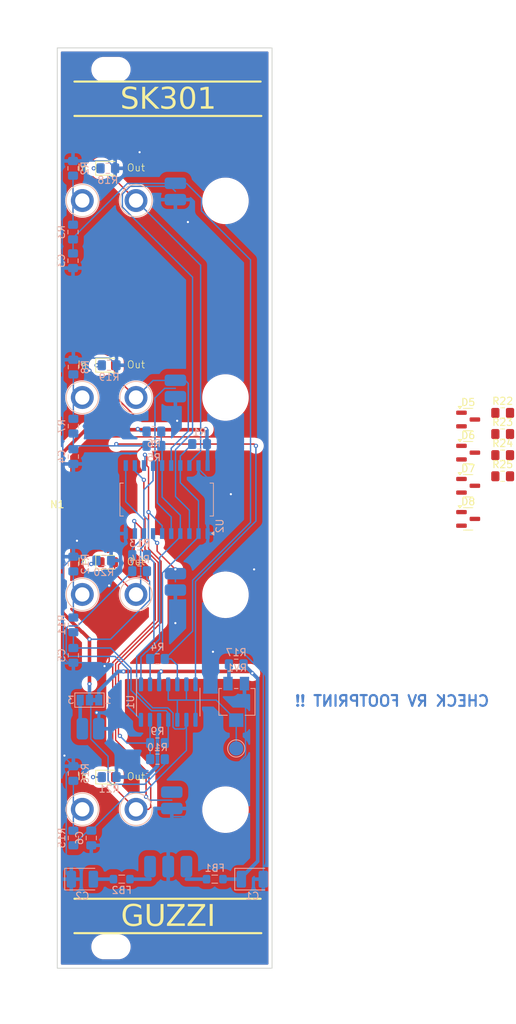
<source format=kicad_pcb>
(kicad_pcb (version 20240108) (generator "pcbnew") (generator_version "8.0")
  (layers (0 "F.Cu" signal) (31 "B.Cu" signal) (34 "B.Paste" user) (35 "F.Paste" user) (36 "B.SilkS" user "B.Silkscreen") (37 "F.SilkS" user "F.Silkscreen") (38 "B.Mask" user) (39 "F.Mask" user) (44 "Edge.Cuts" user))
  (net 0 "")
  (net 1 "+5V")
  (net 2 "GND")
  (net 3 "-5V")
  (net 4 "Net-(J1-Pin_1)")
  (net 5 "Net-(J1-Pin_3)")
  (net 6 "Net-(J2-Pin_1)")
  (net 7 "Net-(D1-A)")
  (net 8 "Net-(J4-Pin_1)")
  (net 9 "Net-(J5-Pin_1)")
  (net 10 "Net-(D1-K)")
  (net 11 "Net-(J7-Pin_1)")
  (net 12 "Net-(D2-A)")
  (net 13 "Net-(J9-Pin_1)")
  (net 14 "Net-(D2-K)")
  (net 15 "/v_thresh")
  (net 16 "VCC")
  (net 17 "Net-(U1A-+)")
  (net 18 "Net-(U1B-+)")
  (net 19 "Net-(U1C-+)")
  (net 20 "Net-(U1D-+)")
  (net 21 "Net-(R17-Pad2)")
  (net 22 "Net-(D3-A)")
  (net 23 "Net-(D3-K)")
  (net 24 "Net-(D4-A)")
  (net 25 "Net-(D4-K)")
  (net 26 "Net-(J12-Pin_1)")
  (net 27 "Net-(J13-Pin_1)")
  (net 28 "Net-(J14-Pin_1)")
  (net 29 "Net-(J15-Pin_1)")
  (net 30 "Net-(U2-1A0)")
  (net 31 "Net-(U2-1A1)")
  (net 32 "Net-(U2-1A2)")
  (net 33 "Net-(U2-1A3)")
  (net 34 "Net-(D5-Pad3)")
  (net 35 "Net-(D6-Pad3)")
  (net 36 "Net-(D7-Pad3)")
  (net 37 "Net-(D8-Pad3)")
  (footprint "LED_SMD:LED_0805_2012Metric" (layer "F.Cu") (at 208.5625 65.5)
    (property "Reference" "D2" (hide yes))
    (property "Value" "LED")
  )
  (footprint "synkie_footprints:MiniJack-PJ301M" (layer "F.Cu") (at 225 70)
    (property "Reference" "H2" (hide yes))
    (property "Value" "MountingHole")
  )
  (footprint "synkie_footprints:R_0805_2012Metric_Pad1.15x1.40mm_HandSolder" (layer "F.Cu") (at 263.725 72.15)
    (property "Reference" "R22")
    (property "Value" "100")
  )
  (footprint "synkie_footprints:MiniJack-PJ301M" (layer "F.Cu") (at 225 127.545)
    (property "Reference" "H4" (hide yes))
    (property "Value" "MountingHole")
  )
  (footprint "LED_SMD:LED_0805_2012Metric" (layer "F.Cu") (at 208.5625 123)
    (property "Reference" "D4" (hide yes))
    (property "Value" "LED")
  )
  (footprint "synkie_footprints:Solderpad-SYNKIEPAD-2mm" (layer "F.Cu") (at 212.5 42.5)
    (property "Reference" "J3" (hide yes))
    (property "Value" "out")
  )
  (footprint "synkie_footprints:Solderpad-SYNKIEPAD-2mm" (layer "F.Cu") (at 212.5 127.5)
    (property "Reference" "J10" (hide yes))
    (property "Value" "out")
  )
  (footprint "synkie_footprints:Solderpad-SYNKIEPAD-2mm" (layer "F.Cu") (at 205 127.5)
    (property "Reference" "J9" (hide yes))
    (property "Value" "in")
  )
  (footprint "synkie_footprints:Solderpad-SYNKIEPAD-2mm" (layer "F.Cu") (at 212.5 70)
    (property "Reference" "J6" (hide yes))
    (property "Value" "out")
  )
  (footprint "synkie_footprints:Solderpad-SYNKIEPAD-2mm" (layer "F.Cu") (at 205 97.5)
    (property "Reference" "J7" (hide yes))
    (property "Value" "in")
  )
  (footprint "Package_TO_SOT_SMD:SOT-23" (layer "F.Cu") (at 258.905 86.95)
    (property "Reference" "D8")
    (property "Value" "BAT54S")
  )
  (footprint "synkie_footprints:Solderpad-SYNKIEPAD-2mm" (layer "F.Cu") (at 205 42.5)
    (property "Reference" "J4" (hide yes))
    (property "Value" "in")
  )
  (footprint "LED_SMD:LED_0805_2012Metric" (layer "F.Cu") (at 208.5625 38)
    (property "Reference" "D1" (hide yes))
    (property "Value" "LED")
  )
  (footprint "synkie_footprints:R_0805_2012Metric_Pad1.15x1.40mm_HandSolder" (layer "F.Cu") (at 263.725 78.05)
    (property "Reference" "R24")
    (property "Value" "100")
  )
  (footprint "Package_TO_SOT_SMD:SOT-23" (layer "F.Cu") (at 258.905 82.325)
    (property "Reference" "D7")
    (property "Value" "BAT54S")
  )
  (footprint "synkie_footprints:MiniJack-PJ301M" (layer "F.Cu") (at 225 42.545)
    (property "Reference" "H1" (hide yes))
    (property "Value" "MountingHole")
  )
  (footprint "synkie_footprints:Solderpad-SYNKIEPAD-2mm" (layer "F.Cu") (at 212.5 97.5)
    (property "Reference" "J8" (hide yes))
    (property "Value" "out")
  )
  (footprint "LED_SMD:LED_0805_2012Metric" (layer "F.Cu") (at 208.5625 93)
    (property "Reference" "D3" (hide yes))
    (property "Value" "LED")
  )
  (footprint "synkie_footprints:R_0805_2012Metric_Pad1.15x1.40mm_HandSolder" (layer "F.Cu") (at 263.725 75.1)
    (property "Reference" "R23")
    (property "Value" "100")
  )
  (footprint "synkie_footprints:MiniJack-PJ301M" (layer "F.Cu") (at 225 97.545)
    (property "Reference" "H3" (hide yes))
    (property "Value" "MountingHole")
  )
  (footprint "synkie_footprints:R_0805_2012Metric_Pad1.15x1.40mm_HandSolder" (layer "F.Cu") (at 263.725 81)
    (property "Reference" "R25")
    (property "Value" "100")
  )
  (footprint "Package_TO_SOT_SMD:SOT-23" (layer "F.Cu") (at 258.905 77.7)
    (property "Reference" "D6")
    (property "Value" "BAT54S")
  )
  (footprint "Package_TO_SOT_SMD:SOT-23" (layer "F.Cu") (at 258.905 73.075)
    (property "Reference" "D5")
    (property "Value" "BAT54S")
  )
  (footprint "synkie_footprints:Solderpad-SYNKIEPAD-2mm" (layer "F.Cu") (at 205 70)
    (property "Reference" "J5" (hide yes))
    (property "Value" "in")
  )
  (footprint "synkie_footprints:Frontplate_30mm" (layer "F.Cu") (at 201.503 21.189)
    (property "Reference" "N1")
    (property "Value" "Housing")
    (fp_rect (start 0 0) (end 30 128.5) (stroke (width 0.12)) (fill none) (layer "Edge.Cuts"))
  )
  (footprint "Capacitor_Tantalum_SMD:CP_EIA-3528-21_Kemet-B" (layer "B.Cu") (at 228.75 137.25)
    (property "Reference" "C1")
    (property "Value" "10u")
  )
  (footprint "synkie_footprints:R_0805_2012Metric_Pad1.15x1.40mm_HandSolder" (layer "B.Cu") (at 203.75 101.75 -90)
    (property "Reference" "R11")
    (property "Value" "1k")
  )
  (footprint "synkie_footprints:R_0805_2012Metric_Pad1.15x1.40mm_HandSolder" (layer "B.Cu") (at 215.5 118.25 180)
    (property "Reference" "R9")
    (property "Value" ">1M")
  )
  (footprint "Package_SO:SO-20_12.8x7.5mm_P1.27mm" (layer "B.Cu") (at 216.785 84.25 90)
    (property "Reference" "U2")
    (property "Value" "74HC244")
  )
  (footprint "synkie_footprints:R_0805_2012Metric_Pad1.15x1.40mm_HandSolder" (layer "B.Cu") (at 208 92.75)
    (property "Reference" "R20")
    (property "Value" "2k")
  )
  (footprint "synkie_footprints:R_0805_2012Metric_Pad1.15x1.40mm_HandSolder" (layer "B.Cu") (at 203.7 46.9 -90)
    (property "Reference" "R3")
    (property "Value" "1k")
  )
  (footprint "synkie_footprints:C_0805_2012Metric_Pad1.15x1.40mm_HandSolder" (layer "B.Cu") (at 203.75 106 -90)
    (property "Reference" "C5")
    (property "Value" "220n")
  )
  (footprint "anyma_footprints:smd-2pin" (layer "B.Cu") (at 218 69.375 180)
    (property "Reference" "J13" (hide yes))
    (property "Value" "out-jack")
  )
  (footprint "synkie_footprints:R_0805_2012Metric_Pad1.15x1.40mm_HandSolder" (layer "B.Cu") (at 203.75 65.75 90)
    (property "Reference" "R8")
    (property "Value" "47k")
  )
  (footprint "synkie_footprints:SOIC-14_3.9x8.7mm_P1.27mm" (layer "B.Cu") (at 217 112.525 -90)
    (property "Reference" "U1")
    (property "Value" "LM339")
  )
  (footprint "TestPoint:TestPoint_Pad_D2.0mm" (layer "B.Cu") (at 226.5 119 180)
    (property "Reference" "J11" (hide yes))
    (property "Value" "testpoint")
  )
  (footprint "synkie_footprints:R_0805_2012Metric_Pad1.15x1.40mm_HandSolder" (layer "B.Cu") (at 221.38 76.5 180)
    (property "Reference" "R1")
    (property "Value" "2k")
  )
  (footprint "synkie_footprints:R_0805_2012Metric_Pad1.15x1.40mm_HandSolder" (layer "B.Cu") (at 203.75 74 -90)
    (property "Reference" "R7")
    (property "Value" "1k")
  )
  (footprint "synkie_footprints:R_0805_2012Metric_Pad1.15x1.40mm_HandSolder" (layer "B.Cu") (at 215.5 106.5 180)
    (property "Reference" "R4")
    (property "Value" ">1M")
  )
  (footprint "synkie_footprints:R_0805_2012Metric_Pad1.15x1.40mm_HandSolder" (layer "B.Cu") (at 208.75 65.5)
    (property "Reference" "R19")
    (property "Value" "2k")
  )
  (footprint "Capacitor_Tantalum_SMD:CP_EIA-3528-21_Kemet-B" (layer "B.Cu") (at 205 137.25)
    (property "Reference" "C2")
    (property "Value" "10u")
  )
  (footprint "synkie_footprints:R_0805_2012Metric_Pad1.15x1.40mm_HandSolder" (layer "B.Cu") (at 226.5 107.25 180)
    (property "Reference" "R17")
    (property "Value" "2k")
  )
  (footprint "synkie_footprints:R_0805_2012Metric_Pad1.15x1.40mm_HandSolder" (layer "B.Cu") (at 215.5 120.5 180)
    (property "Reference" "R10")
    (property "Value" "2k")
  )
  (footprint "synkie_footprints:R_0805_2012Metric_Pad1.15x1.40mm_HandSolder" (layer "B.Cu") (at 203.75 93.25 90)
    (property "Reference" "R12")
    (property "Value" "47k")
  )
  (footprint "synkie_footprints:R_0805_2012Metric_Pad1.15x1.40mm_HandSolder" (layer "B.Cu") (at 213 94.25 180)
    (property "Reference" "R14")
    (property "Value" "2k")
  )
  (footprint "synkie_footprints:C_0805_2012Metric_Pad1.15x1.40mm_HandSolder" (layer "B.Cu") (at 206.25 131.5 -90)
    (property "Reference" "C6")
    (property "Value" "220n")
  )
  (footprint "synkie_footprints:R_0805_2012Metric_Pad1.15x1.40mm_HandSolder" (layer "B.Cu") (at 208.5625 38)
    (property "Reference" "R18")
    (property "Value" "2k")
  )
  (footprint "anyma_footprints:smd-2pin" (layer "B.Cu") (at 218 41.867 180)
    (property "Reference" "J12" (hide yes))
    (property "Value" "out-jack")
  )
  (footprint "Inductor_SMD:L_0805_2012Metric_Pad1.05x1.20mm_HandSolder" (layer "B.Cu") (at 223.5 137.25 180)
    (property "Reference" "FB1")
    (property "Value" "Ferrite_Bead")
  )
  (footprint "synkie_footprints:R_0805_2012Metric_Pad1.15x1.40mm_HandSolder" (layer "B.Cu") (at 215 74.75)
    (property "Reference" "R6")
    (property "Value" "2k")
  )
  (footprint "Potentiometer_SMD:Potentiometer_Bourns_3224X_Vertical" (layer "B.Cu") (at 226.5 112.5 180)
    (property "Reference" "RV1")
    (property "Value" "500")
  )
  (footprint "synkie_footprints:C_0805_2012Metric_Pad1.15x1.40mm_HandSolder" (layer "B.Cu") (at 203.7 50.9 -90)
    (property "Reference" "C3")
    (property "Value" "220n")
  )
  (footprint "Jumper:SolderJumper-3_P1.3mm_Bridged12_Pad1.0x1.5mm_NumberLabels" (layer "B.Cu") (at 206 112.25 180)
    (property "Reference" "JP1" (hide yes))
    (property "Value" "Jumper_3_Bridged12")
  )
  (footprint "synkie_footprints:R_0805_2012Metric_Pad1.15x1.40mm_HandSolder" (layer "B.Cu") (at 203.75 131.5 -90)
    (property "Reference" "R15")
    (property "Value" "1k")
  )
  (footprint "anyma_footprints:smd-2pin" (layer "B.Cu") (at 217.5 126.875 180)
    (property "Reference" "J15" (hide yes))
    (property "Value" "out-jack")
  )
  (footprint "synkie_footprints:R_0805_2012Metric_Pad1.15x1.40mm_HandSolder" (layer "B.Cu") (at 203.7 38 90)
    (property "Reference" "R2")
    (property "Value" "47k")
  )
  (footprint "synkie_footprints:R_0805_2012Metric_Pad1.15x1.40mm_HandSolder" (layer "B.Cu") (at 203.75 122.5 90)
    (property "Reference" "R16")
    (property "Value" "47k")
  )
  (footprint "anyma_footprints:smd-2pin" (layer "B.Cu") (at 206.778 116.25 -90)
    (property "Reference" "J2" (hide yes))
    (property "Value" "EXT-VOLTAGE")
  )
  (footprint "anyma_footprints:smd-2pin" (layer "B.Cu") (at 218 96.375 180)
    (property "Reference" "J14" (hide yes))
    (property "Value" "out-jack")
  )
  (footprint "Inductor_SMD:L_0805_2012Metric_Pad1.05x1.20mm_HandSolder" (layer "B.Cu") (at 210.5 137.25)
    (property "Reference" "FB2")
    (property "Value" "Ferrite_Bead")
  )
  (footprint "synkie_footprints:R_0805_2012Metric_Pad1.15x1.40mm_HandSolder" (layer "B.Cu") (at 208.75 123)
    (property "Reference" "R21")
    (property "Value" "2k")
  )
  (footprint "synkie_footprints:R_0805_2012Metric_Pad1.15x1.40mm_HandSolder" (layer "B.Cu") (at 215 76.75)
    (property "Reference" "R5")
    (property "Value" ">1M")
  )
  (footprint "synkie_footprints:C_0805_2012Metric_Pad1.15x1.40mm_HandSolder" (layer "B.Cu") (at 203.75 78.25 -90)
    (property "Reference" "C4")
    (property "Value" "220n")
  )
  (footprint "anyma_footprints:smd-3pin" (layer "B.Cu") (at 217 135.5 90)
    (property "Reference" "J1" (hide yes))
    (property "Value" "Supply")
  )
  (footprint "synkie_footprints:R_0805_2012Metric_Pad1.15x1.40mm_HandSolder" (layer "B.Cu") (at 213 92 180)
    (property "Reference" "R13")
    (property "Value" ">1M")
  )
  (gr_text "CHECK RV FOOTPRINT !!" (at 262 113.25 0) (layer "B.Cu") (effects (font (size 1.5 1.5) (thickness 0.3) (bold yes)) (justify left bottom mirror)))
  (gr_text "Out" (at 212.5 123.5 0) (layer "F.SilkS") (effects (font (size 1 1) (thickness 0.1)) (justify bottom)))
  (gr_text "Out" (at 212.5 38.5 0) (layer "F.SilkS") (effects (font (size 1 1) (thickness 0.1)) (justify bottom)))
  (gr_text "In" (at 205 66 0) (layer "F.SilkS") (effects (font (size 1 1) (thickness 0.1)) (justify bottom)))
  (gr_text "In" (at 205 123.5 0) (layer "F.SilkS") (effects (font (size 1 1) (thickness 0.1)) (justify bottom)))
  (gr_text "In" (at 205 38.5 0) (layer "F.SilkS") (effects (font (size 1 1) (thickness 0.1)) (justify bottom)))
  (gr_text "In" (at 205 93.5 0) (layer "F.SilkS") (effects (font (size 1 1) (thickness 0.1)) (justify bottom)))
  (gr_text "Out" (at 212.5 93.5 0) (layer "F.SilkS") (effects (font (size 1 1) (thickness 0.1)) (justify bottom)))
  (gr_text "Out" (at 212.5 66 0) (layer "F.SilkS") (effects (font (size 1 1) (thickness 0.1)) (justify bottom)))
  (segment (start 210.75 108.25) (end 216 108.25) (width 0.5) (layer "F.Cu") (net 1))
  (segment (start 216 108.25) (end 228.5 108.25) (width 0.5) (layer "F.Cu") (net 1))
  (segment (start 228.5 108.25) (end 228.75 108.5) (width 0.5) (layer "F.Cu") (net 1))
  (via (at 216 108.25) (size 0.6) (drill 0.3) (layers "F.Cu" "B.Cu") (net 1))
  (via (at 210.75 108.25) (size 0.6) (drill 0.3) (layers "F.Cu" "B.Cu") (net 1))
  (via (at 228.75 108.5) (size 0.6) (drill 0.3) (layers "F.Cu" "B.Cu") (net 1))
  (segment (start 227.2125 137.0375) (end 229.5 134.75) (width 0.5) (layer "B.Cu") (net 1))
  (segment (start 228.75 108.5) (end 228.775 108.5) (width 0.5) (layer "B.Cu") (net 1))
  (segment (start 224.65 137.25) (end 227.2125 137.25) (width 0.5) (layer "B.Cu") (net 1))
  (segment (start 215.73 108.52) (end 216 108.25) (width 0.5) (layer "B.Cu") (net 1))
  (segment (start 228.775 108.5) (end 229.5 109.225) (width 0.5) (layer "B.Cu") (net 1))
  (segment (start 229.5 134.75) (end 229.5 109.225) (width 0.5) (layer "B.Cu") (net 1))
  (segment (start 215.73 110.05) (end 215.73 108.52) (width 0.5) (layer "B.Cu") (net 1))
  (segment (start 210 108.25) (end 210.75 108.25) (width 0.5) (layer "B.Cu") (net 1))
  (segment (start 229.5 109.225) (end 227.525 107.25) (width 0.5) (layer "B.Cu") (net 1))
  (segment (start 227.2125 137.25) (end 227.2125 137.0375) (width 0.5) (layer "B.Cu") (net 1))
  (segment (start 207.3 112.25) (end 207.3 110.95) (width 0.5) (layer "B.Cu") (net 1))
  (segment (start 207.3 110.95) (end 210 108.25) (width 0.5) (layer "B.Cu") (net 1))
  (segment (start 219.75 45.5) (end 219.5 45.25) (width 0.2) (layer "F.Cu") (net 2))
  (segment (start 225.75 83.5) (end 225.75 90.75) (width 0.2) (layer "F.Cu") (net 2))
  (segment (start 222 105.5) (end 223.25 105.5) (width 0.2) (layer "F.Cu") (net 2))
  (segment (start 230.75 66.75) (end 230.75 81) (width 0.2) (layer "F.Cu") (net 2))
  (segment (start 219.75 81) (end 215.65 76.9) (width 0.2) (layer "F.Cu") (net 2))
  (segment (start 204.25 86) (end 204.25 86.75) (width 0.2) (layer "F.Cu") (net 2))
  (segment (start 213.35 76.9) (end 204.25 86) (width 0.2) (layer "F.Cu") (net 2))
  (segment (start 225.762385 75.5) (end 223.512385 73.25) (width 0.2) (layer "F.Cu") (net 2))
  (segment (start 215.65 76.9) (end 213.35 76.9) (width 0.2) (layer "F.Cu") (net 2))
  (segment (start 225.75 90.75) (end 229 94) (width 0.2) (layer "F.Cu") (net 2))
  (segment (start 218 101.5) (end 222 105.5) (width 0.2) (layer "F.Cu") (net 2))
  (segment (start 218.25 73.25) (end 213 73.25) (width 0.2) (layer "F.Cu") (net 2))
  (segment (start 204.25 78.5) (end 207.25 75.5) (width 0.2) (layer "F.Cu") (net 2))
  (segment (start 219.5 42.25) (end 213 35.75) (width 0.2) (layer "F.Cu") (net 2))
  (segment (start 204.25 86.75) (end 204.25 90) (width 0.2) (layer "F.Cu") (net 2))
  (segment (start 204.25 86.75) (end 204.25 78.5) (width 0.2) (layer "F.Cu") (net 2))
  (segment (start 213 73.25) (end 206 66.25) (width 0.2) (layer "F.Cu") (net 2))
  (segment (start 207 114) (end 203.25 114) (width 0.2) (layer "F.Cu") (net 2))
  (segment (start 208.75 106.85) (end 208.1 107.5) (width 0.2) (layer "F.Cu") (net 2))
  (segment (start 219.5 45.25) (end 219.5 42.25) (width 0.2) (layer "F.Cu") (net 2))
  (segment (start 203 114.25) (end 203 119.5) (width 0.2) (layer "F.Cu") (net 2))
  (segment (start 223.512385 73.25) (end 218.25 73.25) (width 0.2) (layer "F.Cu") (net 2))
  (segment (start 203.25 114) (end 203 114.25) (width 0.2) (layer "F.Cu") (net 2))
  (segment (start 219.75 45.5) (end 219.75 55.75) (width 0.2) (layer "F.Cu") (net 2))
  (segment (start 203 119.5) (end 202.5 120) (width 0.2) (layer "F.Cu") (net 2))
  (segment (start 208.75 96.25) (end 208.75 106.85) (width 0.2) (layer "F.Cu") (net 2))
  (segment (start 230.75 81) (end 219.75 81) (width 0.2) (layer "F.Cu") (net 2))
  (segment (start 207.25 75.5) (end 225.762385 75.5) (width 0.2) (layer "F.Cu") (net 2))
  (segment (start 219.75 55.75) (end 230.75 66.75) (width 0.2) (layer "F.Cu") (net 2))
  (via (at 208.75 96.25) (size 0.6) (drill 0.3) (layers "F.Cu" "B.Cu") (net 2))
  (via (at 213 35.75) (size 0.6) (drill 0.3) (layers "F.Cu" "B.Cu") (net 2))
  (via (at 219.75 45.5) (size 0.6) (drill 0.3) (layers "F.Cu" "B.Cu") (net 2))
  (via (at 218 101.5) (size 0.6) (drill 0.3) (layers "F.Cu" "B.Cu") (net 2))
  (via (at 218.25 73.25) (size 0.6) (drill 0.3) (layers "F.Cu" "B.Cu") (net 2))
  (via (at 229 94) (size 0.6) (drill 0.3) (layers "F.Cu" "B.Cu") (net 2))
  (via (at 223.25 105.5) (size 0.6) (drill 0.3) (layers "F.Cu" "B.Cu") (net 2))
  (via (at 225.75 83.5) (size 0.6) (drill 0.3) (layers "F.Cu" "B.Cu") (net 2))
  (via (at 204.25 90) (size 0.6) (drill 0.3) (layers "F.Cu" "B.Cu") (net 2))
  (via (at 206 66.25) (size 0.6) (drill 0.3) (layers "F.Cu" "B.Cu") (net 2))
  (via (at 202.5 120) (size 0.6) (drill 0.3) (layers "F.Cu" "B.Cu") (net 2))
  (via (at 208.1 107.5) (size 0.6) (drill 0.3) (layers "F.Cu" "B.Cu") (net 2))
  (via (at 207 114) (size 0.6) (drill 0.3) (layers "F.Cu" "B.Cu") (net 2))
  (segment (start 206.25 132.525) (end 206.25 133.75) (width 0.2) (layer "B.Cu") (net 2))
  (segment (start 219.75 45.25) (end 219.75 45.5) (width 0.2) (layer "B.Cu") (net 2))
  (segment (start 227.8 110.1) (end 227.8 120.007385) (width 0.2) (layer "B.Cu") (net 2))
  (segment (start 229 94) (end 229 107.165256) (width 0.2) (layer "B.Cu") (net 2))
  (segment (start 202.178 51.5) (end 202.178 51.878) (width 0.2) (layer "B.Cu") (net 2))
  (segment (start 215.5 121.447182) (end 213.947182 123) (width 0.5) (layer "B.Cu") (net 2))
  (segment (start 203.75 64.725) (end 203.975 64.5) (width 0.2) (layer "B.Cu") (net 2))
  (segment (start 203.7 36.975) (end 202.178 36.975) (width 0.2) (layer "B.Cu") (net 2))
  (segment (start 202.525 79.275) (end 203.75 79.275) (width 0.2) (layer "B.Cu") (net 2))
  (segment (start 213.947182 123) (end 209.775 123) (width 0.5) (layer "B.Cu") (net 2))
  (segment (start 229 107.165256) (end 230.2875 108.452756) (width 0.2) (layer "B.Cu") (net 2))
  (segment (start 203.75 92.225) (end 202.35 93.625) (width 0.2) (layer "B.Cu") (net 2))
  (segment (start 202.178 64.903) (end 202.275 65) (width 0.2) (layer "B.Cu") (net 2))
  (segment (start 219.299385 128.508) (end 217.5 128.508) (width 0.2) (layer "B.Cu") (net 2))
  (segment (start 215.73 116.27) (end 215.5 116.5) (width 0.5) (layer "B.Cu") (net 2))
  (segment (start 227.8 120.007385) (end 219.299385 128.508) (width 0.2) (layer "B.Cu") (net 2))
  (segment (start 218 43.5) (end 219.75 45.25) (width 0.2) (layer "B.Cu") (net 2))
  (segment (start 218 71.008) (end 218 73) (width 0.2) (layer "B.Cu") (net 2))
  (segment (start 202.75 136.5375) (end 203.4625 137.25) (width 0.2) (layer "B.Cu") (net 2))
  (segment (start 203.975 64.5) (end 208.775 64.5) (width 0.2) (layer "B.Cu") (net 2))
  (segment (start 207.625 107.025) (end 208.1 107.5) (width 0.2) (layer "B.Cu") (net 2))
  (segment (start 209.025 92.75) (end 209.025 95.975) (width 0.2) (layer "B.Cu") (net 2))
  (segment (start 209.025 95.975) (end 208.75 96.25) (width 0.2) (layer "B.Cu") (net 2))
  (segment (start 202.35 106.325) (end 203.05 107.025) (width 0.2) (layer "B.Cu") (net 2))
  (segment (start 218 73) (end 218.25 73.25) (width 0.2) (layer "B.Cu") (net 2))
  (segment (start 218 98.008) (end 218 101.5) (width 0.2) (layer "B.Cu") (net 2))
  (segment (start 230.2875 108.452756) (end 230.2875 137.25) (width 0.2) (layer "B.Cu") (net 2))
  (segment (start 206.25 133.75) (end 206 134) (width 0.2) (layer "B.Cu") (net 2))
  (segment (start 203.75 121.475) (end 202.75 122.475) (width 0.2) (layer "B.Cu") (net 2))
  (segment (start 203.05 107.025) (end 203.75 107.025) (width 0.2) (layer "B.Cu") (net 2))
  (segment (start 202.35 93.625) (end 202.35 106.325) (width 0.2) (layer "B.Cu") (net 2))
  (segment (start 207.286 116.25) (end 207.286 114.286) (width 0.2) (layer "B.Cu") (net 2))
  (segment (start 210.75 38) (end 209.5875 38) (width 0.2) (layer "B.Cu") (net 2))
  (segment (start 202.5 120.225) (end 203.75 121.475) (width 0.2) (layer "B.Cu") (net 2))
  (segment (start 215.5 116.5) (end 215.5 121.447182) (width 0.5) (layer "B.Cu") (net 2))
  (segment (start 223.25 105.5) (end 227.334744 105.5) (width 0.2) (layer "B.Cu") (net 2))
  (segment (start 227.334744 105.5) (end 230.2875 108.452756) (width 0.2) (layer "B.Cu") (net 2))
  (segment (start 227.65 109.95) (end 227.8 110.1) (width 0.2) (layer "B.Cu") (net 2))
  (segment (start 204.475 64.725) (end 203.75 64.725) (width 0.2) (layer "B.Cu") (net 2))
  (segment (start 203.75 90.5) (end 203.75 92.225) (width 0.2) (layer "B.Cu") (net 2))
  (segment (start 202.75 122.475) (end 202.75 134) (width 0.2) (layer "B.Cu") (net 2))
  (segment (start 215.73 115) (end 215.73 116.27) (width 0.5) (layer "B.Cu") (net 2))
  (segment (start 221.23 79.95) (end 224.78 83.5) (width 0.2) (layer "B.Cu") (net 2))
  (segment (start 202.75 134) (end 202.75 136.5375) (width 0.2) (layer "B.Cu") (net 2))
  (segment (start 202.5 120) (end 202.5 120.225) (width 0.2) (layer "B.Cu") (net 2))
  (segment (start 202.275 79.025) (end 202.525 79.275) (width 0.2) (layer "B.Cu") (net 2))
  (segment (start 206 134) (end 202.75 134) (width 0.2) (layer "B.Cu") (net 2))
  (segment (start 202.178 51.5) (end 202.178 64.903) (width 0.2) (layer "B.Cu") (net 2))
  (segment (start 202.178 36.975) (end 202.178 51.5) (width 0.2) (layer "B.Cu") (net 2))
  (segment (start 202.225 51.925) (end 203.7 51.925) (width 0.2) (layer "B.Cu") (net 2))
  (segment (start 202.275 65) (end 202.275 79.025) (width 0.2) (layer "B.Cu") (net 2))
  (segment (start 204.25 90) (end 203.75 90.5) (width 0.2) (layer "B.Cu") (net 2))
  (segment (start 207.286 114.286) (end 207 114) (width 0.2) (layer "B.Cu") (net 2))
  (segment (start 208.775 64.5) (end 209.775 65.5) (width 0.2) (layer "B.Cu") (net 2))
  (segment (start 213 35.75) (end 210.75 38) (width 0.2) (layer "B.Cu") (net 2))
  (segment (start 203.75 107.025) (end 207.625 107.025) (width 0.2) (layer "B.Cu") (net 2))
  (segment (start 206 66.25) (end 204.475 64.725) (width 0.2) (layer "B.Cu") (net 2))
  (segment (start 221.23 79.5) (end 221.23 79.95) (width 0.2) (layer "B.Cu") (net 2))
  (segment (start 224.78 83.5) (end 225.75 83.5) (width 0.2) (layer "B.Cu") (net 2))
  (segment (start 203.75 64.725) (end 202.275 64.725) (width 0.2) (layer "B.Cu") (net 2))
  (segment (start 202.178 51.878) (end 202.225 51.925) (width 0.2) (layer "B.Cu") (net 2))
  (segment (start 202.275 64.725) (end 202.275 65) (width 0.2) (layer "B.Cu") (net 2))
  (segment (start 208.5625 36.975) (end 203.7 36.975) (width 0.2) (layer "B.Cu") (net 2))
  (segment (start 209.5875 38) (end 208.5625 36.975) (width 0.2) (layer "B.Cu") (net 2))
  (segment (start 209.35 137.25) (end 206.5375 137.25) (width 0.5) (layer "B.Cu") (net 3))
  (segment (start 219.54 137.25) (end 222.35 137.25) (width 0.5) (layer "B.Cu") (net 4))
  (segment (start 214.46 137.25) (end 211.65 137.25) (width 0.5) (layer "B.Cu") (net 5))
  (segment (start 204.7 112.25) (end 204.7 115.95) (width 0.5) (layer "B.Cu") (net 6))
  (segment (start 204.7 115.95) (end 205 116.25) (width 0.5) (layer "B.Cu") (net 6))
  (segment (start 209.5 39.5) (end 212.5 42.5) (width 0.2) (layer "F.Cu") (net 7))
  (segment (start 209.5 38) (end 209.5 39.5) (width 0.2) (layer "F.Cu") (net 7))
  (segment (start 221.53 51.53) (end 212.5 42.5) (width 0.2) (layer "B.Cu") (net 7))
  (segment (start 219.96 79.05) (end 221.53 77.48) (width 0.2) (layer "B.Cu") (net 7))
  (segment (start 221.53 77.48) (end 221.53 51.53) (width 0.2) (layer "B.Cu") (net 7))
  (segment (start 219.96 79.5) (end 219.96 79.05) (width 0.2) (layer "B.Cu") (net 7))
  (segment (start 203.7 39.025) (end 203.7 45.875) (width 0.2) (layer "B.Cu") (net 8))
  (segment (start 205 42.5) (end 205 42.6) (width 0.2) (layer "B.Cu") (net 8))
  (segment (start 203.75 72.975) (end 203.75 66.775) (width 0.2) (layer "B.Cu") (net 9))
  (segment (start 206.6 38) (end 207.625 38) (width 0.2) (layer "F.Cu") (net 10))
  (via (at 206.6 38) (size 0.6) (drill 0.3) (layers "F.Cu" "B.Cu") (net 10))
  (segment (start 207.5375 38) (end 206.6 38) (width 0.2) (layer "B.Cu") (net 10))
  (segment (start 203.75 94.275) (end 203.75 100.725) (width 0.2) (layer "B.Cu") (net 11))
  (segment (start 209.5 65.5) (end 209.5 67) (width 0.2) (layer "F.Cu") (net 12))
  (segment (start 209.5 67) (end 212.5 70) (width 0.2) (layer "F.Cu") (net 12))
  (segment (start 219.8 68.03205) (end 219.8 74.7) (width 0.2) (layer "B.Cu") (net 12))
  (segment (start 219.38995 67.622) (end 219.8 68.03205) (width 0.2) (layer "B.Cu") (net 12))
  (segment (start 214.878 67.622) (end 219.38995 67.622) (width 0.2) (layer "B.Cu") (net 12))
  (segment (start 212.5 70) (end 214.878 67.622) (width 0.2) (layer "B.Cu") (net 12))
  (segment (start 217.42 77.08) (end 217.42 79.5) (width 0.2) (layer "B.Cu") (net 12))
  (segment (start 219.8 74.7) (end 217.42 77.08) (width 0.2) (layer "B.Cu") (net 12))
  (segment (start 203.75 123.525) (end 203.75 130.475) (width 0.2) (layer "B.Cu") (net 13))
  (segment (start 207.625 65.5) (end 207 65.5) (width 0.2) (layer "F.Cu") (net 14))
  (via (at 207 65.5) (size 0.6) (drill 0.3) (layers "F.Cu" "B.Cu") (net 14))
  (segment (start 207 65.5) (end 207.725 65.5) (width 0.2) (layer "B.Cu") (net 14))
  (segment (start 217 112.25) (end 218.25 112.25) (width 0.2) (layer "B.Cu") (net 15))
  (segment (start 218.25 112.25) (end 218.27 112.27) (width 0.2) (layer "B.Cu") (net 15))
  (segment (start 219.5 112.25) (end 220.75 112.25) (width 0.2) (layer "B.Cu") (net 15))
  (segment (start 226.5 115.05) (end 226.5 119) (width 0.2) (layer "B.Cu") (net 15))
  (segment (start 218.27 112.27) (end 218.27 115) (width 0.2) (layer "B.Cu") (net 15))
  (segment (start 219.54 112.21) (end 219.54 110.05) (width 0.2) (layer "B.Cu") (net 15))
  (segment (start 223.7 112.25) (end 226.5 115.05) (width 0.2) (layer "B.Cu") (net 15))
  (segment (start 219.5 112.25) (end 219.54 112.21) (width 0.2) (layer "B.Cu") (net 15))
  (segment (start 217 110.05) (end 217 112.25) (width 0.2) (layer "B.Cu") (net 15))
  (segment (start 220.81 112.31) (end 220.81 115) (width 0.2) (layer "B.Cu") (net 15))
  (segment (start 218.25 112.25) (end 219.5 112.25) (width 0.2) (layer "B.Cu") (net 15))
  (segment (start 220.75 112.25) (end 223.7 112.25) (width 0.2) (layer "B.Cu") (net 15))
  (segment (start 220.75 112.25) (end 220.81 112.31) (width 0.2) (layer "B.Cu") (net 15))
  (segment (start 206 103.75) (end 205 102.75) (width 0.5) (layer "F.Cu") (net 16))
  (segment (start 205.486091 74.486091) (end 211.486091 74.486091) (width 0.5) (layer "F.Cu") (net 16))
  (segment (start 206 110) (end 206 103.75) (width 0.5) (layer "F.Cu") (net 16))
  (segment (start 211.5 74.5) (end 212.65 74.5) (width 0.2) (layer "F.Cu") (net 16))
  (segment (start 212.65 74.5) (end 212.75 74.4) (width 0.2) (layer "F.Cu") (net 16))
  (segment (start 202.253 100.053) (end 202.253 77.719182) (width 0.5) (layer "F.Cu") (net 16))
  (segment (start 202.253 77.719182) (end 205.486091 74.486091) (width 0.5) (layer "F.Cu") (net 16))
  (segment (start 205 102.75) (end 204.95 102.75) (width 0.5) (layer "F.Cu") (net 16))
  (segment (start 211.486091 74.486091) (end 211.5 74.5) (width 0.5) (layer "F.Cu") (net 16))
  (segment (start 211.5 74.5) (end 222.15 74.5) (width 0.5) (layer "F.Cu") (net 16))
  (segment (start 222.15 74.5) (end 222.25 74.4) (width 0.5) (layer "F.Cu") (net 16))
  (segment (start 204.95 102.75) (end 202.253 100.053) (width 0.5) (layer "F.Cu") (net 16))
  (via (at 212.75 74.4) (size 0.6) (drill 0.3) (layers "F.Cu" "B.Cu") (net 16))
  (via (at 206 110) (size 0.6) (drill 0.3) (layers "F.Cu" "B.Cu") (net 16))
  (via (at 222.25 74.4) (size 0.6) (drill 0.3) (layers "F.Cu" "B.Cu") (net 16))
  (via (at 206 103.75) (size 0.6) (drill 0.3) (layers "F.Cu" "B.Cu") (net 16))
  (segment (start 213.975 74.75) (end 213.1 74.75) (width 0.2) (layer "B.Cu") (net 16))
  (segment (start 208.6 123.5) (end 208.6 120.1) (width 0.2) (layer "B.Cu") (net 16))
  (segment (start 222.405 76.5) (end 222.405 74.555) (width 0.5) (layer "B.Cu") (net 16))
  (segment (start 213.725 124) (end 209.1 124) (width 0.2) (layer "B.Cu") (net 16))
  (segment (start 208.937006 103.75) (end 206 103.75) (width 0.2) (layer "B.Cu") (net 16))
  (segment (start 214.025 94.25) (end 214.025 95.275) (width 0.2) (layer "B.Cu") (net 16))
  (segment (start 213.975 74.75) (end 214.025 74.75) (width 0.2) (layer "B.Cu") (net 16))
  (segment (start 208.6 120.1) (end 206.186 117.686) (width 0.2) (layer "B.Cu") (net 16))
  (segment (start 213.1 74.75) (end 212.75 74.4) (width 0.2) (layer "B.Cu") (net 16))
  (segment (start 214.4 98.287006) (end 208.937006 103.75) (width 0.2) (layer "B.Cu") (net 16))
  (segment (start 206 112.25) (end 206 110) (width 0.5) (layer "B.Cu") (net 16))
  (segment (start 222.5 79.5) (end 222.5 76.595) (width 0.5) (layer "B.Cu") (net 16))
  (segment (start 216.525 121.2) (end 213.725 124) (width 0.2) (layer "B.Cu") (net 16))
  (segment (start 222.405 74.555) (end 222.25 74.4) (width 0.5) (layer "B.Cu") (net 16))
  (segment (start 214.4 95.65) (end 214.4 98.287006) (width 0.2) (layer "B.Cu") (net 16))
  (segment (start 216.525 120.5) (end 216.525 121.2) (width 0.2) (layer "B.Cu") (net 16))
  (segment (start 214.025 95.275) (end 214.4 95.65) (width 0.2) (layer "B.Cu") (net 16))
  (segment (start 206.186 112.436) (end 206 112.25) (width 0.2) (layer "B.Cu") (net 16))
  (segment (start 209.1 124) (end 208.6 123.5) (width 0.2) (layer "B.Cu") (net 16))
  (segment (start 222.5 76.595) (end 222.405 76.5) (width 0.5) (layer "B.Cu") (net 16))
  (segment (start 206.186 117.686) (end 206.186 112.436) (width 0.2) (layer "B.Cu") (net 16))
  (segment (start 220.41 95.524314) (end 220.41 102.615) (width 0.2) (layer "B.Cu") (net 17))
  (segment (start 211.286 40.114) (end 219.564 40.114) (width 0.2) (layer "B.Cu") (net 17))
  (segment (start 221.65 43.932615) (end 228.5 50.782615) (width 0.2) (layer "B.Cu") (net 17))
  (segment (start 228.5 50.782615) (end 228.5 87.434314) (width 0.2) (layer "B.Cu") (net 17))
  (segment (start 216.525 106.5) (end 217.4 106.5) (width 0.2) (layer "B.Cu") (net 17))
  (segment (start 203.7 47.7) (end 211.286 40.114) (width 0.2) (layer "B.Cu") (net 17))
  (segment (start 221.65 42.2) (end 221.65 43.932615) (width 0.2) (layer "B.Cu") (net 17))
  (segment (start 219.564 40.114) (end 221.65 42.2) (width 0.2) (layer "B.Cu") (net 17))
  (segment (start 203.7 47.925) (end 203.7 49.875) (width 0.2) (layer "B.Cu") (net 17))
  (segment (start 228.5 87.434314) (end 220.41 95.524314) (width 0.2) (layer "B.Cu") (net 17))
  (segment (start 217.4 106.5) (end 218.27 107.37) (width 0.2) (layer "B.Cu") (net 17))
  (segment (start 220.41 102.615) (end 216.525 106.5) (width 0.2) (layer "B.Cu") (net 17))
  (segment (start 218.27 107.37) (end 218.27 110.05) (width 0.2) (layer "B.Cu") (net 17))
  (segment (start 203.7 49.875) (end 203.7 47.7) (width 0.2) (layer "B.Cu") (net 17))
  (segment (start 229.25 76.75) (end 229 76.5) (width 0.2) (layer "F.Cu") (net 18))
  (segment (start 229 76.5) (end 209.75 76.5) (width 0.2) (layer "F.Cu") (net 18))
  (via (at 229.25 76.75) (size 0.6) (drill 0.3) (layers "F.Cu" "B.Cu") (net 18))
  (via (at 209.75 76.5) (size 0.6) (drill 0.3) (layers "F.Cu" "B.Cu") (net 18))
  (segment (start 220.81 110.05) (end 220.81 95.69) (width 0.2) (layer "B.Cu") (net 18))
  (segment (start 209.75 76.5) (end 210 76.75) (width 0.2) (layer "B.Cu") (net 18))
  (segment (start 229.25 87.25) (end 229.25 76.75) (width 0.2) (layer "B.Cu") (net 18))
  (segment (start 208.25 76.75) (end 204.225 76.75) (width 0.2) (layer "B.Cu") (net 18))
  (segment (start 204.225 76.75) (end 203.75 77.225) (width 0.2) (layer "B.Cu") (net 18))
  (segment (start 203.75 75.025) (end 203.75 77.225) (width 0.2) (layer "B.Cu") (net 18))
  (segment (start 213.975 76.75) (end 208.25 76.75) (width 0.2) (layer "B.Cu") (net 18))
  (segment (start 220.81 95.69) (end 229.25 87.25) (width 0.2) (layer "B.Cu") (net 18))
  (segment (start 210 76.75) (end 213.975 76.75) (width 0.2) (layer "B.Cu") (net 18))
  (segment (start 217 114.025001) (end 217 115) (width 0.2) (layer "B.Cu") (net 19))
  (segment (start 216.699999 113.725) (end 217 114.025001) (width 0.2) (layer "B.Cu") (net 19))
  (segment (start 211.8 110.865686) (end 214.659314 113.725) (width 0.2) (layer "B.Cu") (net 19))
  (segment (start 211.8 107.815075) (end 211.8 110.865686) (width 0.2) (layer "B.Cu") (net 19))
  (segment (start 216.525 118.25) (end 217 117.775) (width 0.2) (layer "B.Cu") (net 19))
  (segment (start 214.659314 113.725) (end 216.699999 113.725) (width 0.2) (layer "B.Cu") (net 19))
  (segment (start 203.75 102.775) (end 203.75 104.975) (width 0.2) (layer "B.Cu") (net 19))
  (segment (start 208.959925 104.975) (end 211.8 107.815075) (width 0.2) (layer "B.Cu") (net 19))
  (segment (start 217 117.775) (end 217 115) (width 0.2) (layer "B.Cu") (net 19))
  (segment (start 203.75 104.975) (end 208.959925 104.975) (width 0.2) (layer "B.Cu") (net 19))
  (segment (start 213.693686 125.122) (end 219.54 119.275686) (width 0.2) (layer "B.Cu") (net 20))
  (segment (start 203.75 132.525) (end 205.8 130.475) (width 0.2) (layer "B.Cu") (net 20))
  (segment (start 212.59 111.09) (end 214.825 113.325) (width 0.2) (layer "B.Cu") (net 20))
  (segment (start 217.67 114.054448) (end 217.67 116.015552) (width 0.2) (layer "B.Cu") (net 20))
  (segment (start 219.54 119.275686) (end 219.54 115) (width 0.2) (layer "B.Cu") (net 20))
  (segment (start 217.929448 116.275) (end 219.239999 116.275) (width 0.2) (layer "B.Cu") (net 20))
  (segment (start 216.940552 113.325) (end 217.67 114.054448) (width 0.2) (layer "B.Cu") (net 20))
  (segment (start 217.67 116.015552) (end 217.929448 116.275) (width 0.2) (layer "B.Cu") (net 20))
  (segment (start 214.025 92) (end 215 92.975) (width 0.2) (layer "B.Cu") (net 20))
  (segment (start 219.54 115.974999) (end 219.54 115) (width 0.2) (layer "B.Cu") (net 20))
  (segment (start 215 103.75) (end 212.59 106.16) (width 0.2) (layer "B.Cu") (net 20))
  (segment (start 214.825 113.325) (end 216.940552 113.325) (width 0.2) (layer "B.Cu") (net 20))
  (segment (start 212.59 106.16) (end 212.59 111.09) (width 0.2) (layer "B.Cu") (net 20))
  (segment (start 215 92.975) (end 215 103.75) (width 0.2) (layer "B.Cu") (net 20))
  (segment (start 219.239999 116.275) (end 219.54 115.974999) (width 0.2) (layer "B.Cu") (net 20))
  (segment (start 206.25 130.475) (end 211.603 125.122) (width 0.2) (layer "B.Cu") (net 20))
  (segment (start 211.603 125.122) (end 213.693686 125.122) (width 0.2) (layer "B.Cu") (net 20))
  (segment (start 205.8 130.475) (end 206.25 130.475) (width 0.2) (layer "B.Cu") (net 20))
  (segment (start 225.475 109.825) (end 225.35 109.95) (width 0.5) (layer "B.Cu") (net 21))
  (segment (start 225.475 107.25) (end 225.475 109.825) (width 0.5) (layer "B.Cu") (net 21))
  (segment (start 209.5 94.5) (end 212.5 97.5) (width 0.2) (layer "F.Cu") (net 22))
  (segment (start 209.5 93) (end 209.5 94.5) (width 0.2) (layer "F.Cu") (net 22))
  (segment (start 214.230761 87.150002) (end 213.599998 86.519239) (width 0.2) (layer "B.Cu") (net 22))
  (segment (start 213.599998 82.900002) (end 214.88 81.62) (width 0.2) (layer "B.Cu") (net 22))
  (segment (start 213.15 96.85) (end 213.15 91.11) (width 0.2) (layer "B.Cu") (net 22))
  (segment (start 212.5 97.5) (end 213.15 96.85) (width 0.2) (layer "B.Cu") (net 22))
  (segment (start 213.15 91.11) (end 214.230761 90.029239) (width 0.2) (layer "B.Cu") (net 22))
  (segment (start 214.230761 90.029239) (end 214.230761 87.150002) (width 0.2) (layer "B.Cu") (net 22))
  (segment (start 213.599998 86.519239) (end 213.599998 82.900002) (width 0.2) (layer "B.Cu") (net 22))
  (segment (start 214.88 81.62) (end 214.88 79.5) (width 0.2) (layer "B.Cu") (net 22))
  (segment (start 206.25 93.25) (end 207.375 93.25) (width 0.2) (layer "F.Cu") (net 23))
  (segment (start 207.375 93.25) (end 207.625 93) (width 0.2) (layer "F.Cu") (net 23))
  (via (at 206.25 93.25) (size 0.6) (drill 0.3) (layers "F.Cu" "B.Cu") (net 23))
  (segment (start 206.75 92.75) (end 206.25 93.25) (width 0.2) (layer "B.Cu") (net 23))
  (segment (start 206.975 92.75) (end 206.75 92.75) (width 0.2) (layer "B.Cu") (net 23))
  (segment (start 209.5 124.5) (end 212.5 127.5) (width 0.2) (layer "F.Cu") (net 24))
  (segment (start 213.75 86.669241) (end 213.6 86.519241) (width 0.2) (layer "F.Cu") (net 24))
  (segment (start 214.306483 122.490797) (end 209.65 117.834314) (width 0.2) (layer "F.Cu") (net 24))
  (segment (start 209.5 123) (end 209.5 124.5) (width 0.2) (layer "F.Cu") (net 24))
  (segment (start 215.6 93.034314) (end 213.75 91.184314) (width 0.2) (layer "F.Cu") (net 24))
  (segment (start 209.65 117.834314) (end 209.65 107.165686) (width 0.2) (layer "F.Cu") (net 24))
  (segment (start 214.556483 127.193517) (end 214.556483 124.056483) (width 0.2) (layer "F.Cu") (net 24))
  (segment (start 214.306483 123.806483) (end 214.306483 122.490797) (width 0.2) (layer "F.Cu") (net 24))
  (segment (start 212.5 127.5) (end 214.25 127.5) (width 0.2) (layer "F.Cu") (net 24))
  (segment (start 214.25 127.5) (end 214.556483 127.193517) (width 0.2) (layer "F.Cu") (net 24))
  (segment (start 213.6 86.519241) (end 213.6 81.5) (width 0.2) (layer "F.Cu") (net 24))
  (segment (start 209.65 107.165686) (end 215.6 101.215686) (width 0.2) (layer "F.Cu") (net 24))
  (segment (start 215.6 101.215686) (end 215.6 93.034314) (width 0.2) (layer "F.Cu") (net 24))
  (segment (start 213.75 91.184314) (end 213.75 86.669241) (width 0.2) (layer "F.Cu") (net 24))
  (segment (start 214.556483 124.056483) (end 214.306483 123.806483) (width 0.2) (layer "F.Cu") (net 24))
  (via (at 213.6 81.5) (size 0.6) (drill 0.3) (layers "F.Cu" "B.Cu") (net 24))
  (segment (start 212.34 79.5) (end 212.34 80.24) (width 0.2) (layer "B.Cu") (net 24))
  (segment (start 212.34 80.24) (end 213.6 81.5) (width 0.2) (layer "B.Cu") (net 24))
  (segment (start 206.5 123) (end 207.625 123) (width 0.2) (layer "F.Cu") (net 25))
  (via (at 206.5 123) (size 0.6) (drill 0.3) (layers "F.Cu" "B.Cu") (net 25))
  (segment (start 207.725 123) (end 206.5 123) (width 0.2) (layer "B.Cu") (net 25))
  (segment (start 217.3 40.514) (end 211.686 40.514) (width 0.2) (layer "B.Cu") (net 26))
  (segment (start 219.96 85.755) (end 219.96 89) (width 0.2) (layer "B.Cu") (net 26))
  (segment (start 211.686 40.514) (end 210.6 41.6) (width 0.2) (layer "B.Cu") (net 26))
  (segment (start 210.6 43.4) (end 220.4 53.2) (width 0.2) (layer "B.Cu") (net 26))
  (segment (start 220.4 53.2) (end 220.4 74.895256) (width 0.2) (layer "B.Cu") (net 26))
  (segment (start 218.02 83.815) (end 219.96 85.755) (width 0.2) (layer "B.Cu") (net 26))
  (segment (start 218.02 77.275256) (end 218.02 83.815) (width 0.2) (layer "B.Cu") (net 26))
  (segment (start 220.4 74.895256) (end 218.02 77.275256) (width 0.2) (layer "B.Cu") (net 26))
  (segment (start 218 41.214) (end 217.3 40.514) (width 0.2) (layer "B.Cu") (net 26))
  (segment (start 210.6 41.6) (end 210.6 43.4) (width 0.2) (layer "B.Cu") (net 26))
  (segment (start 216.500001 68.722) (end 215.15 70.072001) (width 0.2) (layer "B.Cu") (net 27))
  (segment (start 215.15 78.12) (end 215.48 78.45) (width 0.2) (layer "B.Cu") (net 27))
  (segment (start 217.42 86.67) (end 217.42 89) (width 0.2) (layer "B.Cu") (net 27))
  (segment (start 218 68.722) (end 216.500001 68.722) (width 0.2) (layer "B.Cu") (net 27))
  (segment (start 215.48 78.45) (end 215.48 84.73) (width 0.2) (layer "B.Cu") (net 27))
  (segment (start 215.48 84.73) (end 217.42 86.67) (width 0.2) (layer "B.Cu") (net 27))
  (segment (start 215.15 70.072001) (end 215.15 78.12) (width 0.2) (layer "B.Cu") (net 27))
  (segment (start 218 94) (end 215.45 91.45) (width 0.2) (layer "F.Cu") (net 28))
  (segment (start 215.45 91.45) (end 215.45 90.303781) (width 0.2) (layer "F.Cu") (net 28))
  (via (at 218 94) (size 0.6) (drill 0.3) (layers "F.Cu" "B.Cu") (net 28))
  (via (at 215.45 90.303781) (size 0.6) (drill 0.3) (layers "F.Cu" "B.Cu") (net 28))
  (segment (start 218 95.722) (end 218 94) (width 0.2) (layer "B.Cu") (net 28))
  (segment (start 214.88 89) (end 214.88 89.733781) (width 0.2) (layer "B.Cu") (net 28))
  (segment (start 214.88 89.733781) (end 215.45 90.303781) (width 0.2) (layer "B.Cu") (net 28))
  (segment (start 209.25 107) (end 209.25 118) (width 0.2) (layer "F.Cu") (net 29))
  (segment (start 212.25 87.25) (end 213.25 88.25) (width 0.2) (layer "F.Cu") (net 29))
  (segment (start 213.25 91.25) (end 215.2 93.2) (width 0.2) (layer "F.Cu") (net 29))
  (segment (start 215.2 101.05) (end 209.25 107) (width 0.2) (layer "F.Cu") (net 29))
  (segment (start 213.906483 122.656483) (end 213.906483 125.75) (width 0.2) (layer "F.Cu") (net 29))
  (segment (start 215.2 93.2) (end 215.2 101.05) (width 0.2) (layer "F.Cu") (net 29))
  (segment (start 213.25 88.25) (end 213.25 91.25) (width 0.2) (layer "F.Cu") (net 29))
  (segment (start 209.25 118) (end 213.906483 122.656483) (width 0.2) (layer "F.Cu") (net 29))
  (via (at 212.25 87.25) (size 0.6) (drill 0.3) (layers "F.Cu" "B.Cu") (net 29))
  (via (at 213.906483 125.75) (size 0.6) (drill 0.3) (layers "F.Cu" "B.Cu") (net 29))
  (segment (start 217.5 126.222) (end 214.378483 126.222) (width 0.2) (layer "B.Cu") (net 29))
  (segment (start 214.378483 126.222) (end 213.906483 125.75) (width 0.2) (layer "B.Cu") (net 29))
  (segment (start 212.34 89) (end 212.34 87.34) (width 0.2) (layer "B.Cu") (net 29))
  (segment (start 212.34 87.34) (end 212.25 87.25) (width 0.2) (layer "B.Cu") (net 29))
  (segment (start 220.355 76.5) (end 218.69 78.165) (width 0.2) (layer "B.Cu") (net 30))
  (segment (start 218.69 81.89) (end 218.69 79.5) (width 0.2) (layer "B.Cu") (net 30))
  (segment (start 216.2 104.775) (end 216.2 94.48) (width 0.2) (layer "B.Cu") (net 30))
  (segment (start 221.23 84.43) (end 218.69 81.89) (width 0.2) (layer "B.Cu") (net 30))
  (segment (start 216.2 94.48) (end 221.23 89.45) (width 0.2) (layer "B.Cu") (net 30))
  (segment (start 221.23 89.45) (end 221.23 89) (width 0.2) (layer "B.Cu") (net 30))
  (segment (start 214.475 106.5) (end 214.475 110.035) (width 0.2) (layer "B.Cu") (net 30))
  (segment (start 214.475 110.035) (end 214.46 110.05) (width 0.2) (layer "B.Cu") (net 30))
  (segment (start 218.69 78.165) (end 218.69 79.5) (width 0.2) (layer "B.Cu") (net 30))
  (segment (start 214.475 106.5) (end 216.2 104.775) (width 0.2) (layer "B.Cu") (net 30))
  (segment (start 221.23 89) (end 221.23 84.43) (width 0.2) (layer "B.Cu") (net 30))
  (segment (start 216.15 79.5) (end 216.15 83.9) (width 0.2) (layer "B.Cu") (net 31))
  (segment (start 218.69 86.44) (end 218.69 89) (width 0.2) (layer "B.Cu") (net 31))
  (segment (start 215.8 92.34) (end 218.69 89.45) (width 0.2) (layer "B.Cu") (net 31))
  (segment (start 213.19 106.225256) (end 213.915256 105.5) (width 0.2) (layer "B.Cu") (net 31))
  (segment (start 215.8 103.7) (end 215.8 92.34) (width 0.2) (layer "B.Cu") (net 31))
  (segment (start 213.19 110.05) (end 213.19 106.225256) (width 0.2) (layer "B.Cu") (net 31))
  (segment (start 216.025 74.75) (end 216.025 76.75) (width 0.2) (layer "B.Cu") (net 31))
  (segment (start 216.15 83.9) (end 218.69 86.44) (width 0.2) (layer "B.Cu") (net 31))
  (segment (start 216.15 76.875) (end 216.025 76.75) (width 0.2) (layer "B.Cu") (net 31))
  (segment (start 216.15 79.5) (end 216.15 76.875) (width 0.2) (layer "B.Cu") (net 31))
  (segment (start 214 105.5) (end 215.8 103.7) (width 0.2) (layer "B.Cu") (net 31))
  (segment (start 213.915256 105.5) (end 214 105.5) (width 0.2) (layer "B.Cu") (net 31))
  (segment (start 218.69 89.45) (end 218.69 89) (width 0.2) (layer "B.Cu") (net 31))
  (segment (start 214 79.5) (end 214 78.25) (width 0.2) (layer "F.Cu") (net 32))
  (segment (start 214.25 86) (end 214.25 79.75) (width 0.2) (layer "F.Cu") (net 32))
  (segment (start 216 92.868628) (end 216 101.414215) (width 0.2) (layer "F.Cu") (net 32))
  (segment (start 214.25 91.118628) (end 216 92.868628) (width 0.2) (layer "F.Cu") (net 32))
  (segment (start 216 101.414215) (end 210.05 107.364215) (width 0.2) (layer "F.Cu") (net 32))
  (segment (start 214.25 79.75) (end 214 79.5) (width 0.2) (layer "F.Cu") (net 32))
  (segment (start 210.05 107.364215) (end 210.05 117.05) (width 0.2) (layer "F.Cu") (net 32))
  (segment (start 214.25 86) (end 214.25 85.99999) (width 0.2) (layer "F.Cu") (net 32))
  (segment (start 214 78.25) (end 213.75 78) (width 0.2) (layer "F.Cu") (net 32))
  (segment (start 214.25 86) (end 214.25 91.118628) (width 0.2) (layer "F.Cu") (net 32))
  (segment (start 210.05 117.05) (end 210.25 117.25) (width 0.2) (layer "F.Cu") (net 32))
  (via (at 214.25 85.99999) (size 0.6) (drill 0.3) (layers "F.Cu" "B.Cu") (net 32))
  (via (at 213.75 78) (size 0.6) (drill 0.3) (layers "F.Cu" "B.Cu") (net 32))
  (via (at 210.25 117.25) (size 0.6) (drill 0.3) (layers "F.Cu" "B.Cu") (net 32))
  (segment (start 216.15 89) (end 216.15 87.89999) (width 0.2) (layer "B.Cu") (net 32))
  (segment (start 213.75 78) (end 213.75 79.36) (width 0.2) (layer "B.Cu") (net 32))
  (segment (start 214.475 120.225) (end 214.46 120.21) (width 0.2) (layer "B.Cu") (net 32))
  (segment (start 210.25 117.25) (end 211.25 118.25) (width 0.2) (layer "B.Cu") (net 32))
  (segment (start 213.75 79.36) (end 213.61 79.5) (width 0.2) (layer "B.Cu") (net 32))
  (segment (start 214.475 120.725) (end 214.5 120.75) (width 0.2) (layer "B.Cu") (net 32))
  (segment (start 214.46 120.21) (end 214.46 115) (width 0.2) (layer "B.Cu") (net 32))
  (segment (start 216.15 87.89999) (end 214.25 85.99999) (width 0.2) (layer "B.Cu") (net 32))
  (segment (start 214.475 120.5) (end 214.475 120.225) (width 0.2) (layer "B.Cu") (net 32))
  (segment (start 211.25 118.25) (end 214.475 118.25) (width 0.2) (layer "B.Cu") (net 32))
  (segment (start 214.475 120.5) (end 214.475 120.725) (width 0.2) (layer "B.Cu") (net 32))
  (segment (start 213.61 89) (end 213.61 89.45) (width 0.2) (layer "B.Cu") (net 33))
  (segment (start 213.61 89) (end 213.61 87.094927) (width 0.2) (layer "B.Cu") (net 33))
  (segment (start 211.975 92) (end 211.975 94.25) (width 0.2) (layer "B.Cu") (net 33))
  (segment (start 211.975 91.085) (end 211.975 92) (width 0.2) (layer "B.Cu") (net 33))
  (segment (start 211.975 94.25) (end 204.325 101.9) (width 0.2) (layer "B.Cu") (net 33))
  (segment (start 213.61 87.094927) (end 211.07 84.554927) (width 0.2) (layer "B.Cu") (net 33))
  (segment (start 213.61 89.45) (end 211.975 91.085) (width 0.2) (layer "B.Cu") (net 33))
  (segment (start 202.75 105.75) (end 203.15 106.15) (width 0.2) (layer "B.Cu") (net 33))
  (segment (start 203.065256 101.9) (end 202.75 102.215256) (width 0.2) (layer "B.Cu") (net 33))
  (segment (start 203.15 106.15) (end 209.569239 106.15) (width 0.2) (layer "B.Cu") (net 33))
  (segment (start 211.07 84.554927) (end 211.07 79.5) (width 0.2) (layer "B.Cu") (net 33))
  (segment (start 209.569239 106.15) (end 211.4 107.980761) (width 0.2) (layer "B.Cu") (net 33))
  (segment (start 204.325 101.9) (end 203.065256 101.9) (width 0.2) (layer "B.Cu") (net 33))
  (segment (start 211.4 113.21) (end 213.19 115) (width 0.2) (layer "B.Cu") (net 33))
  (segment (start 211.4 107.980761) (end 211.4 113.21) (width 0.2) (layer "B.Cu") (net 33))
  (segment (start 202.75 102.215256) (end 202.75 105.75) (width 0.2) (layer "B.Cu") (net 33))
  (zone (net 2) (net_name "GND") (layers "F&B.Cu") (connect_pads (clearance 0.8)) (min_thickness 0.25) (fill yes (thermal_gap 0.5) (thermal_bridge_width 0.5))
    (polygon (pts (xy 195.75 14.5) (xy 239.5 15.25) (xy 239 157.5) (xy 193.5 156.25)))
  )
)
</source>
